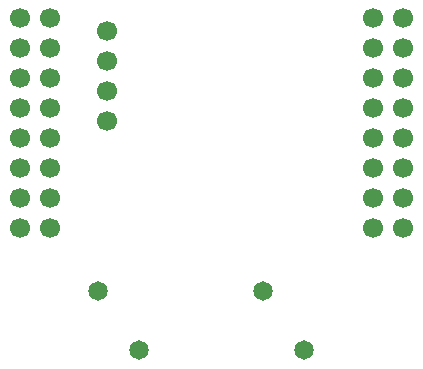
<source format=gbr>
%TF.GenerationSoftware,KiCad,Pcbnew,(6.0.8-1)-1*%
%TF.CreationDate,2024-02-06T23:44:39-06:00*%
%TF.ProjectId,openmv_can_shield,6f70656e-6d76-45f6-9361-6e5f73686965,rev?*%
%TF.SameCoordinates,Original*%
%TF.FileFunction,Soldermask,Bot*%
%TF.FilePolarity,Negative*%
%FSLAX46Y46*%
G04 Gerber Fmt 4.6, Leading zero omitted, Abs format (unit mm)*
G04 Created by KiCad (PCBNEW (6.0.8-1)-1) date 2024-02-06 23:44:39*
%MOMM*%
%LPD*%
G01*
G04 APERTURE LIST*
%ADD10C,1.700000*%
%ADD11C,1.650000*%
G04 APERTURE END LIST*
D10*
%TO.C,RT1*%
X125304800Y-82212800D03*
X125304800Y-84752800D03*
X125304800Y-87292800D03*
X125304800Y-89832800D03*
X125304800Y-92372800D03*
X125304800Y-94912800D03*
X125304800Y-97452800D03*
X125304800Y-99992800D03*
X127844800Y-82212800D03*
X127844800Y-84752800D03*
X127844800Y-87292800D03*
X127844800Y-89832800D03*
X127844800Y-92372800D03*
X127844800Y-94912800D03*
X127844800Y-97452800D03*
X127844800Y-99992800D03*
X155164800Y-82212800D03*
X155164800Y-84752800D03*
X155164800Y-87292800D03*
X155164800Y-89832800D03*
X155164800Y-92372800D03*
X155164800Y-94912800D03*
X155164800Y-97452800D03*
X155164800Y-99992800D03*
X157704800Y-82212800D03*
X157704800Y-84752800D03*
X157704800Y-87292800D03*
X157704800Y-89832800D03*
X157704800Y-92372800D03*
X157704800Y-94912800D03*
X157704800Y-97452800D03*
X157704800Y-99992800D03*
%TD*%
D11*
%TO.C,J1*%
X131907400Y-105286800D03*
X135407400Y-110286800D03*
%TD*%
%TO.C,J3*%
X145852000Y-105337600D03*
X149352000Y-110337600D03*
%TD*%
D10*
%TO.C,U1*%
X132689600Y-83312000D03*
X132689600Y-85852000D03*
X132689600Y-88392000D03*
X132689600Y-90932000D03*
%TD*%
M02*

</source>
